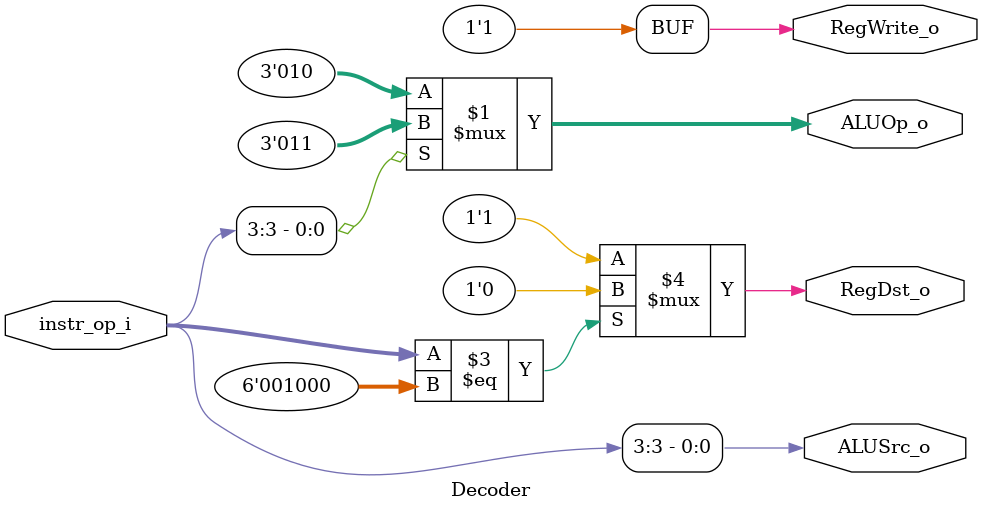
<source format=v>
module Decoder( instr_op_i, RegWrite_o,	ALUOp_o, ALUSrc_o, RegDst_o );

//I/O ports
input	[6-1:0] instr_op_i;

output			RegWrite_o;
output	[3-1:0] ALUOp_o;
output			ALUSrc_o;
output			RegDst_o;
 
//Internal Signals
wire	[3-1:0] ALUOp_o;
wire			ALUSrc_o;
wire			RegWrite_o;
wire			RegDst_o;

//Main function
assign ALUOp_o = (instr_op_i[3]) ? 3'b011 : 3'b010;
assign ALUSrc_o = instr_op_i[3]==1'b1;
assign RegWrite_o = 1'b1;
assign RegDst_o = (instr_op_i==6'b001_000) ? 1'b0 : 1'b1;

endmodule
   
</source>
